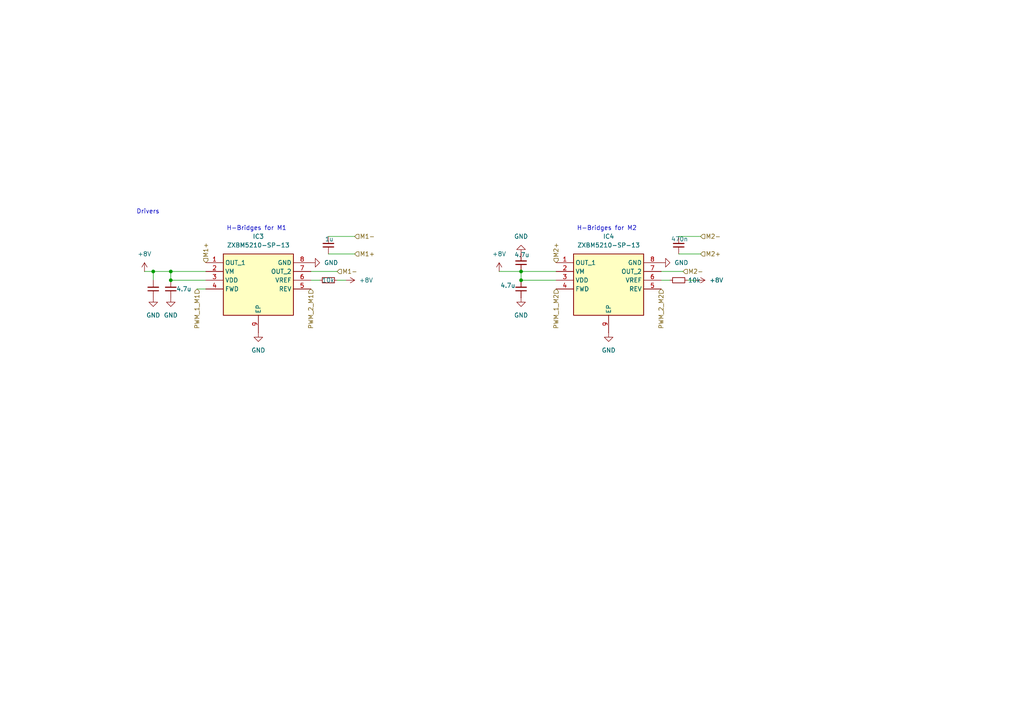
<source format=kicad_sch>
(kicad_sch (version 20250114) (generator "eeschema") (generator_version "9.0")
  (paper "A4")
  (lib_symbols
    (symbol "Device:C_Small" (pin_numbers (hide yes)) (pin_names (offset 0.254) (hide yes))
      (property "Reference" "C" (at 0.254 1.778 0))
      (property "Value" "C_Small" (at 0.254 -2.032 0))
      (symbol "C_Small_0_1"
        (polyline (pts (xy -1.524 0.508) (xy 1.524 0.508)) (stroke (width 0.3048)))
        (polyline (pts (xy -1.524 -0.508) (xy 1.524 -0.508)) (stroke (width 0.3302)))
      )
      (symbol "C_Small_1_1"
        (pin passive line (at 0 2.54 270) (length 2.032) (name "~") (number "1"))
        (pin passive line (at 0 -2.54 90) (length 2.032) (name "~") (number "2"))
      )
    )
    (symbol "Device:R_Small" (pin_numbers (hide yes)) (pin_names (offset 0.254) (hide yes))
      (property "Reference" "R" (at 0 0 90))
      (property "Value" "R_Small" (at 1.778 0 90))
      (symbol "R_Small_0_1"
        (rectangle (start -0.762 1.778) (end 0.762 -1.778) (stroke (width 0.2032)))
      )
      (symbol "R_Small_1_1"
        (pin passive line (at 0 2.54 270) (length 0.762) (name "~") (number "1"))
        (pin passive line (at 0 -2.54 90) (length 0.762) (name "~") (number "2"))
      )
    )
    (symbol "Driver_Motor:ZXBM5210-SP-13"
      (property "Reference" "IC" (at 26.67 7.62 0))
      (property "Value" "ZXBM5210-SP-13" (at 26.67 5.08 0))
      (symbol "ZXBM5210-SP-13_1_1"
        (rectangle (start 5.08 2.54) (end 25.4 -15.24) (stroke (width 0.254)) (fill (type background)))
        (pin passive line (at 0 0 0) (length 5.08) (name "OUT_1") (number "1"))
        (pin passive line (at 0 -2.54 0) (length 5.08) (name "VM") (number "2"))
        (pin passive line (at 0 -5.08 0) (length 5.08) (name "VDD") (number "3"))
        (pin passive line (at 0 -7.62 0) (length 5.08) (name "FWD") (number "4"))
        (pin passive line (at 15.24 -20.32 90) (length 5.08) (name "EP") (number "9"))
        (pin passive line (at 30.48 0 180) (length 5.08) (name "GND") (number "8"))
        (pin passive line (at 30.48 -2.54 180) (length 5.08) (name "OUT_2") (number "7"))
        (pin passive line (at 30.48 -5.08 180) (length 5.08) (name "VREF") (number "6"))
        (pin passive line (at 30.48 -7.62 180) (length 5.08) (name "REV") (number "5"))
      )
    )
    (symbol "power:+8V" (power) (pin_numbers (hide yes)) (pin_names (offset 0) (hide yes))
      (property "Value" "+8V" (at 0 3.556 0))
      (symbol "+8V_0_1"
        (polyline (pts (xy -0.762 1.27) (xy 0 2.54)))
        (polyline (pts (xy 0 2.54) (xy 0.762 1.27)))
        (polyline (pts (xy 0 0) (xy 0 2.54)))
      )
      (symbol "+8V_1_1"
        (pin power_in line (at 0 0 90) (length 0) (name "~") (number "1"))
      )
    )
    (symbol "power:GND" (power) (pin_numbers (hide yes)) (pin_names (offset 0) (hide yes))
      (property "Value" "GND" (at 0 -3.81 0))
      (symbol "GND_0_1"
        (polyline (pts (xy 0 0) (xy 0 -1.27) (xy 1.27 -1.27) (xy 0 -2.54) (xy -1.27 -1.27) (xy 0 -1.27)))
      )
      (symbol "GND_1_1"
        (pin power_in line (at 0 0 270) (length 0) (name "~") (number "1"))
      )
    )
  )
  (text "Drivers\n" (at 42.926 61.468 0) (effects (font (size 1.27 1.27))))
  (text "H-Bridges for M1\n" (at 74.422 66.294 0) (effects (font (size 1.27 1.27))))
  (text "H-Bridges for M2\n" (at 176.022 66.294 0) (effects (font (size 1.27 1.27))))
  (junction (at 151.13 81.28))
  (junction (at 151.13 78.74))
  (junction (at 49.53 81.28))
  (junction (at 44.45 78.74))
  (junction (at 49.53 78.74))
  (wire (pts (xy 151.13 78.74) (xy 161.29 78.74)))
  (wire (pts (xy 144.78 78.74) (xy 151.13 78.74)))
  (wire (pts (xy 92.71 81.28) (xy 90.17 81.28)))
  (wire (pts (xy 57.15 83.82) (xy 59.69 83.82)))
  (wire (pts (xy 196.85 68.58) (xy 203.2 68.58)))
  (wire (pts (xy 44.45 81.28) (xy 44.45 78.74)))
  (wire (pts (xy 196.85 73.66) (xy 203.2 73.66)))
  (wire (pts (xy 97.79 78.74) (xy 90.17 78.74)))
  (wire (pts (xy 95.25 68.58) (xy 102.87 68.58)))
  (wire (pts (xy 41.91 78.74) (xy 44.45 78.74)))
  (wire (pts (xy 194.31 81.28) (xy 191.77 81.28)))
  (wire (pts (xy 198.12 78.74) (xy 191.77 78.74)))
  (wire (pts (xy 49.53 81.28) (xy 59.69 81.28)))
  (wire (pts (xy 151.13 81.28) (xy 161.29 81.28)))
  (wire (pts (xy 100.33 81.28) (xy 97.79 81.28)))
  (wire (pts (xy 151.13 78.74) (xy 151.13 81.28)))
  (wire (pts (xy 49.53 78.74) (xy 59.69 78.74)))
  (wire (pts (xy 201.93 81.28) (xy 199.39 81.28)))
  (wire (pts (xy 95.25 73.66) (xy 102.87 73.66)))
  (wire (pts (xy 49.53 78.74) (xy 49.53 81.28)))
  (wire (pts (xy 44.45 78.74) (xy 49.53 78.74)))
  (hierarchical_label "M1-" (shape input) (at 97.79 78.74 0))
  (hierarchical_label "M2-" (shape input) (at 203.2 68.58 0))
  (hierarchical_label "PWM_1_M2" (shape input) (at 161.29 83.82 270))
  (hierarchical_label "M1+" (shape input) (at 59.69 76.2 90))
  (hierarchical_label "M1+" (shape input) (at 102.87 73.66 0))
  (hierarchical_label "M2+" (shape input) (at 161.29 76.2 90))
  (hierarchical_label "M1-" (shape input) (at 102.87 68.58 0))
  (hierarchical_label "M2+" (shape input) (at 203.2 73.66 0))
  (hierarchical_label "PWM_2_M1" (shape input) (at 90.17 83.82 270))
  (hierarchical_label "M2-" (shape input) (at 198.12 78.74 0))
  (hierarchical_label "PWM_2_M2" (shape input) (at 191.77 83.82 270))
  (hierarchical_label "PWM_1_M1" (shape input) (at 57.15 83.82 270))
  (symbol (lib_id "Device:C_Small") (at 95.25 71.12 180) (unit 1)
    (property "Reference" "C31" (effects (hide yes)))
    (property "Value" "1u" (at 95.504 69.342 0))
    (property "Footprint" "Capacitor_SMD:C_0603_1608Metric" (effects (hide yes)))
    (property "Description" "Unpolarized capacitor, small symbol" (effects (hide yes)))
  )
  (symbol (lib_id "Device:C_Small") (at 49.53 83.82 180) (unit 1)
    (property "Reference" "C29" (effects (hide yes)))
    (property "Value" "4.7u" (at 53.34 83.82 0))
    (property "Footprint" "Capacitor_SMD:C_0603_1608Metric" (effects (hide yes)))
    (property "Description" "Unpolarized capacitor, small symbol" (effects (hide yes)))
  )
  (symbol (lib_id "Device:C_Small") (at 196.85 71.12 180) (unit 1)
    (property "Reference" "C34" (effects (hide yes)))
    (property "Value" "470n" (at 197.104 69.342 0))
    (property "Footprint" "Capacitor_SMD:C_0603_1608Metric" (effects (hide yes)))
    (property "Description" "Unpolarized capacitor, small symbol" (effects (hide yes)))
  )
  (symbol (lib_id "power:GND") (at 151.13 73.66 180) (unit 1)
    (property "Reference" "#PWR044" (effects (hide yes)))
    (property "Value" "GND" (at 151.13 68.58 0))
    (property "Description" "Power symbol creates a global label with name \"GND\" , ground" (effects (hide yes)))
  )
  (symbol (lib_id "power:GND") (at 191.77 76.2 90) (unit 1)
    (property "Reference" "#PWR047" (effects (hide yes)))
    (property "Value" "GND" (at 195.58 76.1999 90) (effects (justify right)))
    (property "Description" "Power symbol creates a global label with name \"GND\" , ground" (effects (hide yes)))
  )
  (symbol (lib_id "Device:R_Small") (at 196.85 81.28 270) (unit 1)
    (property "Reference" "R14" (effects (hide yes)))
    (property "Value" "10k" (at 203.2 81.28 90) (effects (justify right)))
    (property "Footprint" "Resistor_SMD:R_0603_1608Metric" (effects (hide yes)))
    (property "Description" "Resistor, small symbol" (effects (hide yes)))
  )
  (symbol (lib_id "Device:C_Small") (at 151.13 76.2 180) (unit 1)
    (property "Reference" "C32" (effects (hide yes)))
    (property "Value" "4.7u" (at 151.384 73.914 0))
    (property "Footprint" "Capacitor_SMD:C_0603_1608Metric" (effects (hide yes)))
    (property "Description" "Unpolarized capacitor, small symbol" (effects (hide yes)))
  )
  (symbol (lib_id "power:GND") (at 44.45 86.36 0) (unit 1)
    (property "Reference" "#PWR038" (effects (hide yes)))
    (property "Value" "GND" (at 44.45 91.44 0))
    (property "Description" "Power symbol creates a global label with name \"GND\" , ground" (effects (hide yes)))
  )
  (symbol (lib_id "Driver_Motor:ZXBM5210-SP-13") (at 59.69 76.2 0) (unit 1)
    (property "Reference" "IC3" (at 74.93 68.58 0))
    (property "Value" "ZXBM5210-SP-13" (at 74.93 71.12 0))
    (property "Footprint" "Package_SO:Diodes_SO-8EP" (effects (hide yes)))
    (property "Datasheet" "https://www.diodes.com/assets/Datasheets/ZXBM5210.pdf" (effects (hide yes)))
    (property "Description" "Motor / Motion / Ignition Controllers & Drivers Reversible DC Drive 0.85mA" (effects (hide yes)))
    (property "Height" "1.5" (effects (hide yes)))
    (property "Mouser Part Number" "621-ZXBM5210-SP-13" (effects (hide yes)))
    (property "Mouser Price/Stock" "https://www.mouser.co.uk/ProductDetail/Diodes-Incorporated/ZXBM5210-SP-13?qs=98WN%2FnWUQiQYAgSBGLkvdw%3D%3D" (effects (hide yes)))
    (property "Manufacturer_Name" "Diodes Incorporated" (effects (hide yes)))
    (property "Manufacturer_Part_Number" "ZXBM5210-SP-13" (effects (hide yes)))
  )
  (symbol (lib_id "power:GND") (at 176.53 96.52 0) (unit 1)
    (property "Reference" "#PWR046" (effects (hide yes)))
    (property "Value" "GND" (at 176.53 101.6 0))
    (property "Description" "Power symbol creates a global label with name \"GND\" , ground" (effects (hide yes)))
  )
  (symbol (lib_id "power:+8V") (at 100.33 81.28 270) (unit 1)
    (property "Reference" "#PWR040" (effects (hide yes)))
    (property "Value" "+8V" (at 104.14 81.2799 90) (effects (justify left)))
    (property "Description" "Power symbol creates a global label with name \"+8V\"" (effects (hide yes)))
  )
  (symbol (lib_id "power:+8V") (at 144.78 78.74 0) (unit 1)
    (property "Reference" "#PWR043" (effects (hide yes)))
    (property "Value" "+8V" (at 144.78 73.66 0))
    (property "Description" "Power symbol creates a global label with name \"+8V\"" (effects (hide yes)))
  )
  (symbol (lib_id "Device:C_Small") (at 151.13 83.82 180) (unit 1)
    (property "Reference" "C33" (effects (hide yes)))
    (property "Value" "4.7u" (at 147.32 82.804 0))
    (property "Footprint" "Capacitor_SMD:C_0603_1608Metric" (effects (hide yes)))
    (property "Description" "Unpolarized capacitor, small symbol" (effects (hide yes)))
  )
  (symbol (lib_id "Driver_Motor:ZXBM5210-SP-13") (at 161.29 76.2 0) (unit 1)
    (property "Reference" "IC4" (at 176.53 68.58 0))
    (property "Value" "ZXBM5210-SP-13" (at 176.53 71.12 0))
    (property "Footprint" "Package_SO:Diodes_SO-8EP" (effects (hide yes)))
    (property "Datasheet" "https://www.diodes.com/assets/Datasheets/ZXBM5210.pdf" (effects (hide yes)))
    (property "Description" "Motor / Motion / Ignition Controllers & Drivers Reversible DC Drive 0.85mA" (effects (hide yes)))
    (property "Height" "1.5" (effects (hide yes)))
    (property "Mouser Part Number" "621-ZXBM5210-SP-13" (effects (hide yes)))
    (property "Mouser Price/Stock" "https://www.mouser.co.uk/ProductDetail/Diodes-Incorporated/ZXBM5210-SP-13?qs=98WN%2FnWUQiQYAgSBGLkvdw%3D%3D" (effects (hide yes)))
    (property "Manufacturer_Name" "Diodes Incorporated" (effects (hide yes)))
    (property "Manufacturer_Part_Number" "ZXBM5210-SP-13" (effects (hide yes)))
  )
  (symbol (lib_id "Device:R_Small") (at 95.25 81.28 270) (unit 1)
    (property "Reference" "R13" (effects (hide yes)))
    (property "Value" "10k" (at 97.028 81.28 90) (effects (justify right)))
    (property "Footprint" "Resistor_SMD:R_0603_1608Metric" (effects (hide yes)))
    (property "Description" "Resistor, small symbol" (effects (hide yes)))
  )
  (symbol (lib_id "power:GND") (at 74.93 96.52 0) (unit 1)
    (property "Reference" "#PWR042" (effects (hide yes)))
    (property "Value" "GND" (at 74.93 101.6 0))
    (property "Description" "Power symbol creates a global label with name \"GND\" , ground" (effects (hide yes)))
  )
  (symbol (lib_id "power:GND") (at 151.13 86.36 0) (unit 1)
    (property "Reference" "#PWR045" (effects (hide yes)))
    (property "Value" "GND" (at 151.13 91.44 0))
    (property "Description" "Power symbol creates a global label with name \"GND\" , ground" (effects (hide yes)))
  )
  (symbol (lib_id "power:+8V") (at 201.93 81.28 270) (unit 1)
    (property "Reference" "#PWR048" (effects (hide yes)))
    (property "Value" "+8V" (at 205.74 81.2799 90) (effects (justify left)))
    (property "Description" "Power symbol creates a global label with name \"+8V\"" (effects (hide yes)))
  )
  (symbol (lib_id "Device:C_Small") (at 44.45 83.82 180) (unit 1)
    (property "Reference" "C30" (effects (hide yes)))
    (property "Value" "4.7u" (effects (hide yes)))
    (property "Footprint" "Capacitor_SMD:C_0603_1608Metric" (effects (hide yes)))
    (property "Description" "Unpolarized capacitor, small symbol" (effects (hide yes)))
  )
  (symbol (lib_id "power:GND") (at 49.53 86.36 0) (unit 1)
    (property "Reference" "#PWR037" (effects (hide yes)))
    (property "Value" "GND" (at 49.53 91.44 0))
    (property "Description" "Power symbol creates a global label with name \"GND\" , ground" (effects (hide yes)))
  )
  (symbol (lib_id "power:+8V") (at 41.91 78.74 0) (unit 1)
    (property "Reference" "#PWR039" (effects (hide yes)))
    (property "Value" "+8V" (at 41.91 73.66 0))
    (property "Description" "Power symbol creates a global label with name \"+8V\"" (effects (hide yes)))
  )
  (symbol (lib_id "power:GND") (at 90.17 76.2 90) (unit 1)
    (property "Reference" "#PWR041" (effects (hide yes)))
    (property "Value" "GND" (at 93.98 76.1999 90) (effects (justify right)))
    (property "Description" "Power symbol creates a global label with name \"GND\" , ground" (effects (hide yes)))
  )
)
</source>
